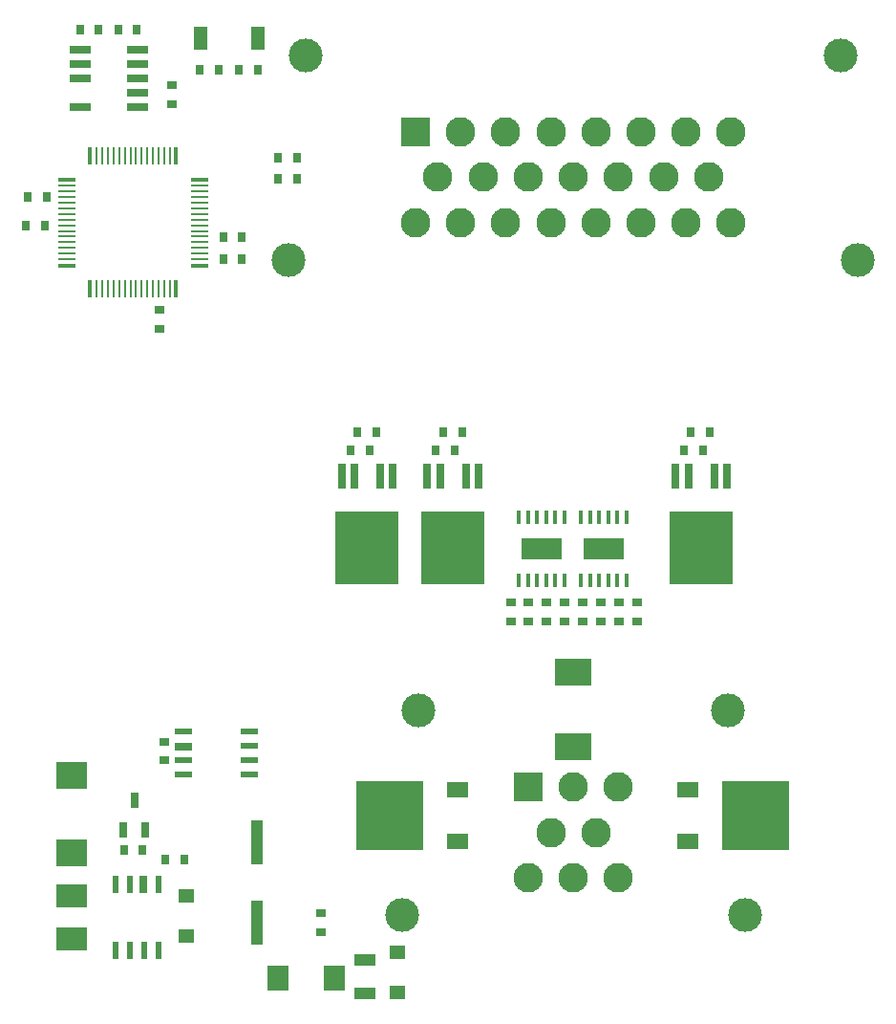
<source format=gts>
G04 #@! TF.GenerationSoftware,KiCad,Pcbnew,(2017-01-11 revision e99b79cb2)-master*
G04 #@! TF.CreationDate,2017-11-20T09:02:57+02:00*
G04 #@! TF.ProjectId,csb,6373622E6B696361645F706362000000,rev?*
G04 #@! TF.FileFunction,Soldermask,Top*
G04 #@! TF.FilePolarity,Negative*
%FSLAX46Y46*%
G04 Gerber Fmt 4.6, Leading zero omitted, Abs format (unit mm)*
G04 Created by KiCad (PCBNEW (2017-01-11 revision e99b79cb2)-master) date Mon Nov 20 09:02:57 2017*
%MOMM*%
%LPD*%
G01*
G04 APERTURE LIST*
%ADD10C,0.100000*%
%ADD11R,0.939800X0.762000*%
%ADD12R,0.762000X0.939800*%
%ADD13R,2.623820X2.623820*%
%ADD14C,2.623820*%
%ADD15C,2.999740*%
%ADD16R,1.399540X1.297940*%
%ADD17R,1.900000X2.179320*%
%ADD18R,1.899920X0.998220*%
%ADD19R,0.700000X1.350000*%
%ADD20R,1.905000X0.635000*%
%ADD21R,0.398780X1.498600*%
%ADD22R,0.279400X1.498600*%
%ADD23R,1.498600X0.398780*%
%ADD24R,1.498600X0.279400*%
%ADD25R,1.524000X0.600000*%
%ADD26R,1.524000X0.635000*%
%ADD27R,3.600000X1.900000*%
%ADD28R,0.400000X1.200000*%
%ADD29R,5.600000X6.400000*%
%ADD30R,0.800000X2.200000*%
%ADD31R,1.300000X2.000000*%
%ADD32R,2.700000X2.400000*%
%ADD33R,2.800000X2.000000*%
%ADD34R,0.600000X1.524000*%
%ADD35R,0.635000X1.524000*%
%ADD36R,5.970000X6.100000*%
%ADD37R,1.900000X1.400000*%
%ADD38R,3.300000X2.400000*%
%ADD39R,0.998220X3.997960*%
G04 APERTURE END LIST*
D10*
D11*
X145600000Y-130161800D03*
X145600000Y-131838200D03*
D12*
X131861800Y-125400000D03*
X133538200Y-125400000D03*
X129838200Y-124600000D03*
X128161800Y-124600000D03*
D11*
X131300000Y-76761800D03*
X131300000Y-78438200D03*
D12*
X119661800Y-66700000D03*
X121338200Y-66700000D03*
X136961800Y-72200000D03*
X138638200Y-72200000D03*
D13*
X164002040Y-119002040D03*
D14*
X168000000Y-119002040D03*
X171997960Y-119002040D03*
X166001020Y-123000000D03*
X169998980Y-123000000D03*
X164002040Y-126997960D03*
X168000000Y-126997960D03*
X171997960Y-126997960D03*
D15*
X154301780Y-112202460D03*
X181698220Y-112202460D03*
X183199360Y-130299960D03*
X152800640Y-130299960D03*
D13*
X154002060Y-61002040D03*
D14*
X158000020Y-61002040D03*
X162000520Y-61002040D03*
X166001020Y-61002040D03*
X169998980Y-61002040D03*
X173999480Y-61002040D03*
X177999980Y-61002040D03*
X181997940Y-61002040D03*
X156001040Y-65000000D03*
X160001540Y-65000000D03*
X164002040Y-65000000D03*
X168000000Y-65000000D03*
X171997960Y-65000000D03*
X175998460Y-65000000D03*
X179998960Y-65000000D03*
X154002060Y-68997960D03*
X158000020Y-68997960D03*
X162000520Y-68997960D03*
X166001020Y-68997960D03*
X169998980Y-68997960D03*
X173999480Y-68997960D03*
X177999980Y-68997960D03*
X181997940Y-68997960D03*
D15*
X144301800Y-54202460D03*
X191698200Y-54202460D03*
X142800660Y-72299960D03*
X193199340Y-72299960D03*
D12*
X136961800Y-70300000D03*
X138638200Y-70300000D03*
D16*
X152400000Y-137165300D03*
X152400000Y-133634700D03*
D17*
X141800000Y-135900000D03*
X146800000Y-135900000D03*
D16*
X133700000Y-128634700D03*
X133700000Y-132165300D03*
D18*
X149500000Y-137298600D03*
X149500000Y-134301400D03*
D19*
X128100000Y-122800000D03*
X130100000Y-122800000D03*
X129100000Y-120200000D03*
D12*
X121138200Y-69300000D03*
X119461800Y-69300000D03*
D11*
X132400000Y-58538200D03*
X132400000Y-56861800D03*
D12*
X140038200Y-55500000D03*
X138361800Y-55500000D03*
X136538200Y-55500000D03*
X134861800Y-55500000D03*
D11*
X131750000Y-116638200D03*
X131750000Y-114961800D03*
D20*
X124260000Y-53660000D03*
X129340000Y-53660000D03*
X124260000Y-54930000D03*
X129340000Y-54930000D03*
X124260000Y-56200000D03*
X129340000Y-56200000D03*
X129340000Y-57470000D03*
X124260000Y-58740000D03*
X129340000Y-58740000D03*
D12*
X143538200Y-65100000D03*
X141861800Y-65100000D03*
X141861800Y-63300000D03*
X143538200Y-63300000D03*
X127661800Y-51900000D03*
X129338200Y-51900000D03*
X124261800Y-51900000D03*
X125938200Y-51900000D03*
D11*
X165650000Y-104288200D03*
X165650000Y-102611800D03*
X167250000Y-102611800D03*
X167250000Y-104288200D03*
D12*
X148261800Y-89200000D03*
X149938200Y-89200000D03*
X157488200Y-89200000D03*
X155811800Y-89200000D03*
X179488200Y-89200000D03*
X177811800Y-89200000D03*
D11*
X172050000Y-102611800D03*
X172050000Y-104288200D03*
X173650000Y-104288200D03*
X173650000Y-102611800D03*
D21*
X125190000Y-74897880D03*
D22*
X125751340Y-74897880D03*
X126251720Y-74897880D03*
X126752100Y-74897880D03*
X127252480Y-74897880D03*
X127750320Y-74897880D03*
X128250700Y-74897880D03*
X128751080Y-74897880D03*
X129248920Y-74897880D03*
X129749300Y-74897880D03*
X130249680Y-74897880D03*
X130747520Y-74897880D03*
X131247900Y-74897880D03*
X131748280Y-74897880D03*
X132248660Y-74897880D03*
D21*
X132810000Y-74897880D03*
D23*
X134897880Y-72810000D03*
D24*
X134897880Y-72248660D03*
X134897880Y-71748280D03*
X134897880Y-71247900D03*
X134897880Y-70747520D03*
X134897880Y-70249680D03*
X134897880Y-69749300D03*
X134897880Y-69248920D03*
X134897880Y-68751080D03*
X134897880Y-68250700D03*
X134897880Y-67750320D03*
X134897880Y-67252480D03*
X134897880Y-66752100D03*
X134897880Y-66251720D03*
X134897880Y-65751340D03*
D23*
X134897880Y-65190000D03*
D21*
X132810000Y-63102120D03*
D22*
X132248660Y-63102120D03*
X131748280Y-63102120D03*
X131247900Y-63102120D03*
X130747520Y-63102120D03*
X130249680Y-63102120D03*
X129749300Y-63102120D03*
X129248920Y-63102120D03*
X128751080Y-63102120D03*
X128250700Y-63102120D03*
X127750320Y-63102120D03*
X127252480Y-63102120D03*
X126752100Y-63102120D03*
X126251720Y-63102120D03*
X125751340Y-63102120D03*
D21*
X125190000Y-63102120D03*
D23*
X123102120Y-65190000D03*
D24*
X123102120Y-65751340D03*
X123102120Y-66251720D03*
X123102120Y-66752100D03*
X123102120Y-67252480D03*
X123102120Y-67750320D03*
X123102120Y-68250700D03*
X123102120Y-68751080D03*
X123102120Y-69248920D03*
X123102120Y-69749300D03*
X123102120Y-70249680D03*
X123102120Y-70747520D03*
X123102120Y-71247900D03*
X123102120Y-71748280D03*
X123102120Y-72248660D03*
D23*
X123102120Y-72810000D03*
D25*
X139253103Y-114090969D03*
X139253103Y-115360969D03*
X139253103Y-116630969D03*
X139253103Y-117900969D03*
X133411103Y-117900969D03*
X133411103Y-116630969D03*
D26*
X133411103Y-115395969D03*
D25*
X133411103Y-114090969D03*
D27*
X165200000Y-97900000D03*
D28*
X163200000Y-95100000D03*
X164000000Y-95100000D03*
X164800000Y-95100000D03*
X165600000Y-95100000D03*
X166400000Y-95100000D03*
X167200000Y-95100000D03*
X167200000Y-100700000D03*
X166400000Y-100700000D03*
X165600000Y-100700000D03*
X164800000Y-100700000D03*
X164000000Y-100700000D03*
X163200000Y-100700000D03*
D29*
X149740000Y-97800000D03*
D30*
X147460000Y-91500000D03*
X148600000Y-91500000D03*
X150880000Y-91500000D03*
X152020000Y-91500000D03*
X159630000Y-91500000D03*
X158490000Y-91500000D03*
X156210000Y-91500000D03*
X155070000Y-91500000D03*
D29*
X157350000Y-97800000D03*
X179360000Y-97800000D03*
D30*
X177080000Y-91500000D03*
X178220000Y-91500000D03*
X180500000Y-91500000D03*
X181640000Y-91500000D03*
D28*
X168700000Y-100700000D03*
X169500000Y-100700000D03*
X170300000Y-100700000D03*
X171100000Y-100700000D03*
X171900000Y-100700000D03*
X172700000Y-100700000D03*
X172700000Y-95100000D03*
X171900000Y-95100000D03*
X171100000Y-95100000D03*
X170300000Y-95100000D03*
X169500000Y-95100000D03*
X168700000Y-95100000D03*
D27*
X170700000Y-97900000D03*
D31*
X140040000Y-52700000D03*
X134960000Y-52700000D03*
D32*
X123500000Y-118000000D03*
X123500000Y-124800000D03*
D33*
X123500000Y-128600000D03*
X123500000Y-132400000D03*
D34*
X131205000Y-127600000D03*
D35*
X129900000Y-127600000D03*
D34*
X128665000Y-127600000D03*
X127395000Y-127600000D03*
X127395000Y-133442000D03*
X128665000Y-133442000D03*
X129935000Y-133442000D03*
X131205000Y-133442000D03*
D36*
X184200000Y-121500000D03*
D37*
X178115000Y-123790000D03*
X178115000Y-119210000D03*
X157785000Y-123790000D03*
X157785000Y-119210000D03*
D36*
X151700000Y-121500000D03*
D11*
X164050000Y-104288200D03*
X164050000Y-102611800D03*
X162450000Y-102611800D03*
X162450000Y-104288200D03*
D12*
X148861800Y-87550000D03*
X150538200Y-87550000D03*
X158188200Y-87550000D03*
X156511800Y-87550000D03*
X178411800Y-87550000D03*
X180088200Y-87550000D03*
D11*
X170450000Y-104288200D03*
X170450000Y-102611800D03*
X168850000Y-102611800D03*
X168850000Y-104288200D03*
D38*
X168000000Y-115400000D03*
X168000000Y-108800000D03*
D39*
X139950000Y-123903240D03*
X139950000Y-131000000D03*
M02*

</source>
